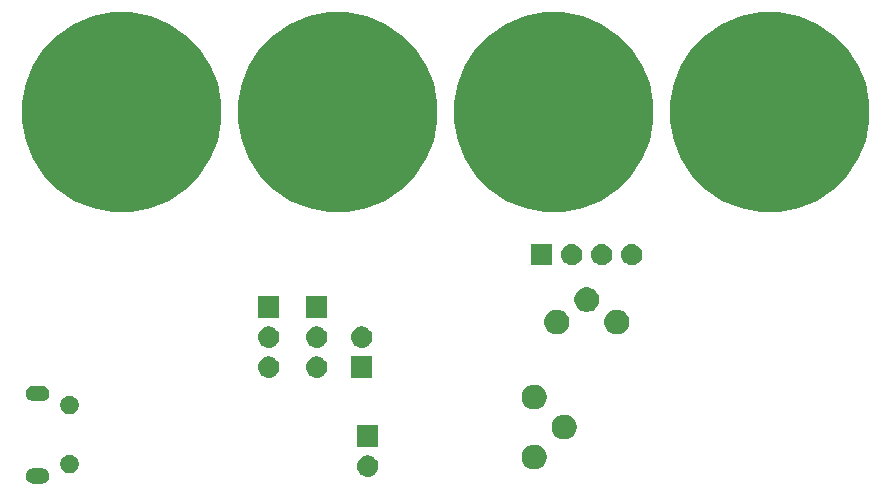
<source format=gbr>
G04 #@! TF.GenerationSoftware,KiCad,Pcbnew,(5.0.1-3-g963ef8bb5)*
G04 #@! TF.CreationDate,2018-11-12T01:28:12+01:00*
G04 #@! TF.ProjectId,MCUmeter,4D43556D657465722E6B696361645F70,rev?*
G04 #@! TF.SameCoordinates,Original*
G04 #@! TF.FileFunction,Soldermask,Bot*
G04 #@! TF.FilePolarity,Negative*
%FSLAX46Y46*%
G04 Gerber Fmt 4.6, Leading zero omitted, Abs format (unit mm)*
G04 Created by KiCad (PCBNEW (5.0.1-3-g963ef8bb5)) date 2018 November 12, Monday 01:28:12*
%MOMM*%
%LPD*%
G01*
G04 APERTURE LIST*
%ADD10C,0.100000*%
G04 APERTURE END LIST*
D10*
G36*
X89821855Y-80957140D02*
X89885618Y-80963420D01*
X89967427Y-80988237D01*
X90008333Y-81000645D01*
X90045686Y-81020611D01*
X90121426Y-81061095D01*
X90220553Y-81142447D01*
X90301905Y-81241574D01*
X90301906Y-81241576D01*
X90362355Y-81354667D01*
X90362355Y-81354668D01*
X90399580Y-81477382D01*
X90412149Y-81605000D01*
X90399580Y-81732618D01*
X90374763Y-81814427D01*
X90362355Y-81855333D01*
X90308819Y-81955491D01*
X90301905Y-81968426D01*
X90220553Y-82067553D01*
X90121426Y-82148905D01*
X90121424Y-82148906D01*
X90008333Y-82209355D01*
X89967427Y-82221763D01*
X89885618Y-82246580D01*
X89821855Y-82252860D01*
X89789974Y-82256000D01*
X89026026Y-82256000D01*
X88994145Y-82252860D01*
X88930382Y-82246580D01*
X88848573Y-82221763D01*
X88807667Y-82209355D01*
X88694576Y-82148906D01*
X88694574Y-82148905D01*
X88595447Y-82067553D01*
X88514095Y-81968426D01*
X88507181Y-81955491D01*
X88453645Y-81855333D01*
X88441237Y-81814427D01*
X88416420Y-81732618D01*
X88403851Y-81605000D01*
X88416420Y-81477382D01*
X88453645Y-81354668D01*
X88453645Y-81354667D01*
X88514094Y-81241576D01*
X88514095Y-81241574D01*
X88595447Y-81142447D01*
X88694574Y-81061095D01*
X88770314Y-81020611D01*
X88807667Y-81000645D01*
X88848573Y-80988237D01*
X88930382Y-80963420D01*
X88994145Y-80957140D01*
X89026026Y-80954000D01*
X89789974Y-80954000D01*
X89821855Y-80957140D01*
X89821855Y-80957140D01*
G37*
G36*
X117458442Y-79877518D02*
X117524627Y-79884037D01*
X117634337Y-79917317D01*
X117694467Y-79935557D01*
X117819222Y-80002241D01*
X117850991Y-80019222D01*
X117886729Y-80048552D01*
X117988186Y-80131814D01*
X118071448Y-80233271D01*
X118100778Y-80269009D01*
X118100779Y-80269011D01*
X118184443Y-80425533D01*
X118184443Y-80425534D01*
X118235963Y-80595373D01*
X118253359Y-80772000D01*
X118235963Y-80948627D01*
X118214127Y-81020610D01*
X118184443Y-81118467D01*
X118171625Y-81142447D01*
X118100778Y-81274991D01*
X118086259Y-81292682D01*
X117988186Y-81412186D01*
X117886729Y-81495448D01*
X117850991Y-81524778D01*
X117850989Y-81524779D01*
X117694467Y-81608443D01*
X117637853Y-81625616D01*
X117524627Y-81659963D01*
X117458442Y-81666482D01*
X117392260Y-81673000D01*
X117303740Y-81673000D01*
X117237558Y-81666482D01*
X117171373Y-81659963D01*
X117058147Y-81625616D01*
X117001533Y-81608443D01*
X116845011Y-81524779D01*
X116845009Y-81524778D01*
X116809271Y-81495448D01*
X116707814Y-81412186D01*
X116609741Y-81292682D01*
X116595222Y-81274991D01*
X116524375Y-81142447D01*
X116511557Y-81118467D01*
X116481873Y-81020610D01*
X116460037Y-80948627D01*
X116442641Y-80772000D01*
X116460037Y-80595373D01*
X116511557Y-80425534D01*
X116511557Y-80425533D01*
X116595221Y-80269011D01*
X116595222Y-80269009D01*
X116624552Y-80233271D01*
X116707814Y-80131814D01*
X116809271Y-80048552D01*
X116845009Y-80019222D01*
X116876778Y-80002241D01*
X117001533Y-79935557D01*
X117061663Y-79917317D01*
X117171373Y-79884037D01*
X117237558Y-79877518D01*
X117303740Y-79871000D01*
X117392260Y-79871000D01*
X117458442Y-79877518D01*
X117458442Y-79877518D01*
G37*
G36*
X92334349Y-79858820D02*
X92334352Y-79858821D01*
X92334351Y-79858821D01*
X92475574Y-79917317D01*
X92475575Y-79917318D01*
X92602674Y-80002243D01*
X92710757Y-80110326D01*
X92710759Y-80110329D01*
X92795683Y-80237426D01*
X92828463Y-80316565D01*
X92854180Y-80378651D01*
X92884000Y-80528569D01*
X92884000Y-80681431D01*
X92854180Y-80831349D01*
X92854179Y-80831351D01*
X92795683Y-80972574D01*
X92736598Y-81061000D01*
X92710757Y-81099674D01*
X92602674Y-81207757D01*
X92602671Y-81207759D01*
X92475574Y-81292683D01*
X92366343Y-81337927D01*
X92334349Y-81351180D01*
X92184431Y-81381000D01*
X92031569Y-81381000D01*
X91881651Y-81351180D01*
X91849657Y-81337927D01*
X91740426Y-81292683D01*
X91613329Y-81207759D01*
X91613326Y-81207757D01*
X91505243Y-81099674D01*
X91479402Y-81061000D01*
X91420317Y-80972574D01*
X91361821Y-80831351D01*
X91361820Y-80831349D01*
X91332000Y-80681431D01*
X91332000Y-80528569D01*
X91361820Y-80378651D01*
X91387537Y-80316565D01*
X91420317Y-80237426D01*
X91505241Y-80110329D01*
X91505243Y-80110326D01*
X91613326Y-80002243D01*
X91740425Y-79917318D01*
X91740426Y-79917317D01*
X91881649Y-79858821D01*
X91881648Y-79858821D01*
X91881651Y-79858820D01*
X92031569Y-79829000D01*
X92184431Y-79829000D01*
X92334349Y-79858820D01*
X92334349Y-79858820D01*
G37*
G36*
X131751565Y-78999389D02*
X131942834Y-79078615D01*
X132114976Y-79193637D01*
X132261363Y-79340024D01*
X132376385Y-79512166D01*
X132455611Y-79703435D01*
X132496000Y-79906484D01*
X132496000Y-80113516D01*
X132455611Y-80316565D01*
X132376385Y-80507834D01*
X132261363Y-80679976D01*
X132114976Y-80826363D01*
X131942834Y-80941385D01*
X131751565Y-81020611D01*
X131548516Y-81061000D01*
X131341484Y-81061000D01*
X131138435Y-81020611D01*
X130947166Y-80941385D01*
X130775024Y-80826363D01*
X130628637Y-80679976D01*
X130513615Y-80507834D01*
X130434389Y-80316565D01*
X130394000Y-80113516D01*
X130394000Y-79906484D01*
X130434389Y-79703435D01*
X130513615Y-79512166D01*
X130628637Y-79340024D01*
X130775024Y-79193637D01*
X130947166Y-79078615D01*
X131138435Y-78999389D01*
X131341484Y-78959000D01*
X131548516Y-78959000D01*
X131751565Y-78999389D01*
X131751565Y-78999389D01*
G37*
G36*
X118249000Y-79133000D02*
X116447000Y-79133000D01*
X116447000Y-77331000D01*
X118249000Y-77331000D01*
X118249000Y-79133000D01*
X118249000Y-79133000D01*
G37*
G36*
X134291565Y-76459389D02*
X134482834Y-76538615D01*
X134654976Y-76653637D01*
X134801363Y-76800024D01*
X134916385Y-76972166D01*
X134995611Y-77163435D01*
X135036000Y-77366484D01*
X135036000Y-77573516D01*
X134995611Y-77776565D01*
X134916385Y-77967834D01*
X134801363Y-78139976D01*
X134654976Y-78286363D01*
X134482834Y-78401385D01*
X134291565Y-78480611D01*
X134088516Y-78521000D01*
X133881484Y-78521000D01*
X133678435Y-78480611D01*
X133487166Y-78401385D01*
X133315024Y-78286363D01*
X133168637Y-78139976D01*
X133053615Y-77967834D01*
X132974389Y-77776565D01*
X132934000Y-77573516D01*
X132934000Y-77366484D01*
X132974389Y-77163435D01*
X133053615Y-76972166D01*
X133168637Y-76800024D01*
X133315024Y-76653637D01*
X133487166Y-76538615D01*
X133678435Y-76459389D01*
X133881484Y-76419000D01*
X134088516Y-76419000D01*
X134291565Y-76459389D01*
X134291565Y-76459389D01*
G37*
G36*
X92334349Y-74858820D02*
X92334352Y-74858821D01*
X92334351Y-74858821D01*
X92475574Y-74917317D01*
X92600956Y-75001095D01*
X92602674Y-75002243D01*
X92710757Y-75110326D01*
X92710759Y-75110329D01*
X92795683Y-75237426D01*
X92840927Y-75346657D01*
X92854180Y-75378651D01*
X92884000Y-75528569D01*
X92884000Y-75681431D01*
X92854180Y-75831349D01*
X92854179Y-75831351D01*
X92795683Y-75972574D01*
X92795682Y-75972575D01*
X92710757Y-76099674D01*
X92602674Y-76207757D01*
X92602671Y-76207759D01*
X92475574Y-76292683D01*
X92366343Y-76337927D01*
X92334349Y-76351180D01*
X92184431Y-76381000D01*
X92031569Y-76381000D01*
X91881651Y-76351180D01*
X91849657Y-76337927D01*
X91740426Y-76292683D01*
X91613329Y-76207759D01*
X91613326Y-76207757D01*
X91505243Y-76099674D01*
X91420318Y-75972575D01*
X91420317Y-75972574D01*
X91361821Y-75831351D01*
X91361820Y-75831349D01*
X91332000Y-75681431D01*
X91332000Y-75528569D01*
X91361820Y-75378651D01*
X91375073Y-75346657D01*
X91420317Y-75237426D01*
X91505241Y-75110329D01*
X91505243Y-75110326D01*
X91613326Y-75002243D01*
X91615044Y-75001095D01*
X91740426Y-74917317D01*
X91881649Y-74858821D01*
X91881648Y-74858821D01*
X91881651Y-74858820D01*
X92031569Y-74829000D01*
X92184431Y-74829000D01*
X92334349Y-74858820D01*
X92334349Y-74858820D01*
G37*
G36*
X131751565Y-73919389D02*
X131942834Y-73998615D01*
X132114976Y-74113637D01*
X132261363Y-74260024D01*
X132376385Y-74432166D01*
X132455611Y-74623435D01*
X132496000Y-74826484D01*
X132496000Y-75033516D01*
X132455611Y-75236565D01*
X132376385Y-75427834D01*
X132261363Y-75599976D01*
X132114976Y-75746363D01*
X131942834Y-75861385D01*
X131751565Y-75940611D01*
X131548516Y-75981000D01*
X131341484Y-75981000D01*
X131138435Y-75940611D01*
X130947166Y-75861385D01*
X130775024Y-75746363D01*
X130628637Y-75599976D01*
X130513615Y-75427834D01*
X130434389Y-75236565D01*
X130394000Y-75033516D01*
X130394000Y-74826484D01*
X130434389Y-74623435D01*
X130513615Y-74432166D01*
X130628637Y-74260024D01*
X130775024Y-74113637D01*
X130947166Y-73998615D01*
X131138435Y-73919389D01*
X131341484Y-73879000D01*
X131548516Y-73879000D01*
X131751565Y-73919389D01*
X131751565Y-73919389D01*
G37*
G36*
X89821855Y-73957140D02*
X89885618Y-73963420D01*
X89967427Y-73988237D01*
X90008333Y-74000645D01*
X90108491Y-74054181D01*
X90121426Y-74061095D01*
X90220553Y-74142447D01*
X90301905Y-74241574D01*
X90301906Y-74241576D01*
X90362355Y-74354667D01*
X90362355Y-74354668D01*
X90399580Y-74477382D01*
X90412149Y-74605000D01*
X90399580Y-74732618D01*
X90374763Y-74814427D01*
X90362355Y-74855333D01*
X90329223Y-74917318D01*
X90301905Y-74968426D01*
X90220553Y-75067553D01*
X90121426Y-75148905D01*
X90121424Y-75148906D01*
X90008333Y-75209355D01*
X89967427Y-75221763D01*
X89885618Y-75246580D01*
X89821855Y-75252860D01*
X89789974Y-75256000D01*
X89026026Y-75256000D01*
X88994145Y-75252860D01*
X88930382Y-75246580D01*
X88848573Y-75221763D01*
X88807667Y-75209355D01*
X88694576Y-75148906D01*
X88694574Y-75148905D01*
X88595447Y-75067553D01*
X88514095Y-74968426D01*
X88486777Y-74917318D01*
X88453645Y-74855333D01*
X88441237Y-74814427D01*
X88416420Y-74732618D01*
X88403851Y-74605000D01*
X88416420Y-74477382D01*
X88453645Y-74354668D01*
X88453645Y-74354667D01*
X88514094Y-74241576D01*
X88514095Y-74241574D01*
X88595447Y-74142447D01*
X88694574Y-74061095D01*
X88707509Y-74054181D01*
X88807667Y-74000645D01*
X88848573Y-73988237D01*
X88930382Y-73963420D01*
X88994145Y-73957140D01*
X89026026Y-73954000D01*
X89789974Y-73954000D01*
X89821855Y-73957140D01*
X89821855Y-73957140D01*
G37*
G36*
X113140443Y-71495519D02*
X113206627Y-71502037D01*
X113319853Y-71536384D01*
X113376467Y-71553557D01*
X113515087Y-71627652D01*
X113532991Y-71637222D01*
X113568729Y-71666552D01*
X113670186Y-71749814D01*
X113753448Y-71851271D01*
X113782778Y-71887009D01*
X113782779Y-71887011D01*
X113866443Y-72043533D01*
X113866443Y-72043534D01*
X113917963Y-72213373D01*
X113935359Y-72390000D01*
X113917963Y-72566627D01*
X113883616Y-72679853D01*
X113866443Y-72736467D01*
X113792348Y-72875087D01*
X113782778Y-72892991D01*
X113753448Y-72928729D01*
X113670186Y-73030186D01*
X113568729Y-73113448D01*
X113532991Y-73142778D01*
X113532989Y-73142779D01*
X113376467Y-73226443D01*
X113319853Y-73243616D01*
X113206627Y-73277963D01*
X113140443Y-73284481D01*
X113074260Y-73291000D01*
X112985740Y-73291000D01*
X112919557Y-73284481D01*
X112853373Y-73277963D01*
X112740147Y-73243616D01*
X112683533Y-73226443D01*
X112527011Y-73142779D01*
X112527009Y-73142778D01*
X112491271Y-73113448D01*
X112389814Y-73030186D01*
X112306552Y-72928729D01*
X112277222Y-72892991D01*
X112267652Y-72875087D01*
X112193557Y-72736467D01*
X112176384Y-72679853D01*
X112142037Y-72566627D01*
X112124641Y-72390000D01*
X112142037Y-72213373D01*
X112193557Y-72043534D01*
X112193557Y-72043533D01*
X112277221Y-71887011D01*
X112277222Y-71887009D01*
X112306552Y-71851271D01*
X112389814Y-71749814D01*
X112491271Y-71666552D01*
X112527009Y-71637222D01*
X112544913Y-71627652D01*
X112683533Y-71553557D01*
X112740147Y-71536384D01*
X112853373Y-71502037D01*
X112919557Y-71495519D01*
X112985740Y-71489000D01*
X113074260Y-71489000D01*
X113140443Y-71495519D01*
X113140443Y-71495519D01*
G37*
G36*
X117741000Y-73291000D02*
X115939000Y-73291000D01*
X115939000Y-71489000D01*
X117741000Y-71489000D01*
X117741000Y-73291000D01*
X117741000Y-73291000D01*
G37*
G36*
X109076443Y-71495519D02*
X109142627Y-71502037D01*
X109255853Y-71536384D01*
X109312467Y-71553557D01*
X109451087Y-71627652D01*
X109468991Y-71637222D01*
X109504729Y-71666552D01*
X109606186Y-71749814D01*
X109689448Y-71851271D01*
X109718778Y-71887009D01*
X109718779Y-71887011D01*
X109802443Y-72043533D01*
X109802443Y-72043534D01*
X109853963Y-72213373D01*
X109871359Y-72390000D01*
X109853963Y-72566627D01*
X109819616Y-72679853D01*
X109802443Y-72736467D01*
X109728348Y-72875087D01*
X109718778Y-72892991D01*
X109689448Y-72928729D01*
X109606186Y-73030186D01*
X109504729Y-73113448D01*
X109468991Y-73142778D01*
X109468989Y-73142779D01*
X109312467Y-73226443D01*
X109255853Y-73243616D01*
X109142627Y-73277963D01*
X109076443Y-73284481D01*
X109010260Y-73291000D01*
X108921740Y-73291000D01*
X108855557Y-73284481D01*
X108789373Y-73277963D01*
X108676147Y-73243616D01*
X108619533Y-73226443D01*
X108463011Y-73142779D01*
X108463009Y-73142778D01*
X108427271Y-73113448D01*
X108325814Y-73030186D01*
X108242552Y-72928729D01*
X108213222Y-72892991D01*
X108203652Y-72875087D01*
X108129557Y-72736467D01*
X108112384Y-72679853D01*
X108078037Y-72566627D01*
X108060641Y-72390000D01*
X108078037Y-72213373D01*
X108129557Y-72043534D01*
X108129557Y-72043533D01*
X108213221Y-71887011D01*
X108213222Y-71887009D01*
X108242552Y-71851271D01*
X108325814Y-71749814D01*
X108427271Y-71666552D01*
X108463009Y-71637222D01*
X108480913Y-71627652D01*
X108619533Y-71553557D01*
X108676147Y-71536384D01*
X108789373Y-71502037D01*
X108855557Y-71495519D01*
X108921740Y-71489000D01*
X109010260Y-71489000D01*
X109076443Y-71495519D01*
X109076443Y-71495519D01*
G37*
G36*
X116950443Y-68955519D02*
X117016627Y-68962037D01*
X117129853Y-68996384D01*
X117186467Y-69013557D01*
X117306719Y-69077834D01*
X117342991Y-69097222D01*
X117378729Y-69126552D01*
X117480186Y-69209814D01*
X117563448Y-69311271D01*
X117592778Y-69347009D01*
X117592779Y-69347011D01*
X117676443Y-69503533D01*
X117678825Y-69511385D01*
X117727963Y-69673373D01*
X117745359Y-69850000D01*
X117727963Y-70026627D01*
X117693616Y-70139853D01*
X117676443Y-70196467D01*
X117602348Y-70335087D01*
X117592778Y-70352991D01*
X117563448Y-70388729D01*
X117480186Y-70490186D01*
X117378729Y-70573448D01*
X117342991Y-70602778D01*
X117342989Y-70602779D01*
X117186467Y-70686443D01*
X117129853Y-70703616D01*
X117016627Y-70737963D01*
X116950443Y-70744481D01*
X116884260Y-70751000D01*
X116795740Y-70751000D01*
X116729557Y-70744481D01*
X116663373Y-70737963D01*
X116550147Y-70703616D01*
X116493533Y-70686443D01*
X116337011Y-70602779D01*
X116337009Y-70602778D01*
X116301271Y-70573448D01*
X116199814Y-70490186D01*
X116116552Y-70388729D01*
X116087222Y-70352991D01*
X116077652Y-70335087D01*
X116003557Y-70196467D01*
X115986384Y-70139853D01*
X115952037Y-70026627D01*
X115934641Y-69850000D01*
X115952037Y-69673373D01*
X116001175Y-69511385D01*
X116003557Y-69503533D01*
X116087221Y-69347011D01*
X116087222Y-69347009D01*
X116116552Y-69311271D01*
X116199814Y-69209814D01*
X116301271Y-69126552D01*
X116337009Y-69097222D01*
X116373281Y-69077834D01*
X116493533Y-69013557D01*
X116550147Y-68996384D01*
X116663373Y-68962037D01*
X116729557Y-68955519D01*
X116795740Y-68949000D01*
X116884260Y-68949000D01*
X116950443Y-68955519D01*
X116950443Y-68955519D01*
G37*
G36*
X113140443Y-68955519D02*
X113206627Y-68962037D01*
X113319853Y-68996384D01*
X113376467Y-69013557D01*
X113496719Y-69077834D01*
X113532991Y-69097222D01*
X113568729Y-69126552D01*
X113670186Y-69209814D01*
X113753448Y-69311271D01*
X113782778Y-69347009D01*
X113782779Y-69347011D01*
X113866443Y-69503533D01*
X113868825Y-69511385D01*
X113917963Y-69673373D01*
X113935359Y-69850000D01*
X113917963Y-70026627D01*
X113883616Y-70139853D01*
X113866443Y-70196467D01*
X113792348Y-70335087D01*
X113782778Y-70352991D01*
X113753448Y-70388729D01*
X113670186Y-70490186D01*
X113568729Y-70573448D01*
X113532991Y-70602778D01*
X113532989Y-70602779D01*
X113376467Y-70686443D01*
X113319853Y-70703616D01*
X113206627Y-70737963D01*
X113140443Y-70744481D01*
X113074260Y-70751000D01*
X112985740Y-70751000D01*
X112919557Y-70744481D01*
X112853373Y-70737963D01*
X112740147Y-70703616D01*
X112683533Y-70686443D01*
X112527011Y-70602779D01*
X112527009Y-70602778D01*
X112491271Y-70573448D01*
X112389814Y-70490186D01*
X112306552Y-70388729D01*
X112277222Y-70352991D01*
X112267652Y-70335087D01*
X112193557Y-70196467D01*
X112176384Y-70139853D01*
X112142037Y-70026627D01*
X112124641Y-69850000D01*
X112142037Y-69673373D01*
X112191175Y-69511385D01*
X112193557Y-69503533D01*
X112277221Y-69347011D01*
X112277222Y-69347009D01*
X112306552Y-69311271D01*
X112389814Y-69209814D01*
X112491271Y-69126552D01*
X112527009Y-69097222D01*
X112563281Y-69077834D01*
X112683533Y-69013557D01*
X112740147Y-68996384D01*
X112853373Y-68962037D01*
X112919557Y-68955519D01*
X112985740Y-68949000D01*
X113074260Y-68949000D01*
X113140443Y-68955519D01*
X113140443Y-68955519D01*
G37*
G36*
X109076443Y-68955519D02*
X109142627Y-68962037D01*
X109255853Y-68996384D01*
X109312467Y-69013557D01*
X109432719Y-69077834D01*
X109468991Y-69097222D01*
X109504729Y-69126552D01*
X109606186Y-69209814D01*
X109689448Y-69311271D01*
X109718778Y-69347009D01*
X109718779Y-69347011D01*
X109802443Y-69503533D01*
X109804825Y-69511385D01*
X109853963Y-69673373D01*
X109871359Y-69850000D01*
X109853963Y-70026627D01*
X109819616Y-70139853D01*
X109802443Y-70196467D01*
X109728348Y-70335087D01*
X109718778Y-70352991D01*
X109689448Y-70388729D01*
X109606186Y-70490186D01*
X109504729Y-70573448D01*
X109468991Y-70602778D01*
X109468989Y-70602779D01*
X109312467Y-70686443D01*
X109255853Y-70703616D01*
X109142627Y-70737963D01*
X109076443Y-70744481D01*
X109010260Y-70751000D01*
X108921740Y-70751000D01*
X108855557Y-70744481D01*
X108789373Y-70737963D01*
X108676147Y-70703616D01*
X108619533Y-70686443D01*
X108463011Y-70602779D01*
X108463009Y-70602778D01*
X108427271Y-70573448D01*
X108325814Y-70490186D01*
X108242552Y-70388729D01*
X108213222Y-70352991D01*
X108203652Y-70335087D01*
X108129557Y-70196467D01*
X108112384Y-70139853D01*
X108078037Y-70026627D01*
X108060641Y-69850000D01*
X108078037Y-69673373D01*
X108127175Y-69511385D01*
X108129557Y-69503533D01*
X108213221Y-69347011D01*
X108213222Y-69347009D01*
X108242552Y-69311271D01*
X108325814Y-69209814D01*
X108427271Y-69126552D01*
X108463009Y-69097222D01*
X108499281Y-69077834D01*
X108619533Y-69013557D01*
X108676147Y-68996384D01*
X108789373Y-68962037D01*
X108855557Y-68955519D01*
X108921740Y-68949000D01*
X109010260Y-68949000D01*
X109076443Y-68955519D01*
X109076443Y-68955519D01*
G37*
G36*
X133656565Y-67569389D02*
X133847834Y-67648615D01*
X134019976Y-67763637D01*
X134166363Y-67910024D01*
X134281385Y-68082166D01*
X134360611Y-68273435D01*
X134401000Y-68476484D01*
X134401000Y-68683516D01*
X134360611Y-68886565D01*
X134281385Y-69077834D01*
X134166363Y-69249976D01*
X134019976Y-69396363D01*
X133847834Y-69511385D01*
X133656565Y-69590611D01*
X133453516Y-69631000D01*
X133246484Y-69631000D01*
X133043435Y-69590611D01*
X132852166Y-69511385D01*
X132680024Y-69396363D01*
X132533637Y-69249976D01*
X132418615Y-69077834D01*
X132339389Y-68886565D01*
X132299000Y-68683516D01*
X132299000Y-68476484D01*
X132339389Y-68273435D01*
X132418615Y-68082166D01*
X132533637Y-67910024D01*
X132680024Y-67763637D01*
X132852166Y-67648615D01*
X133043435Y-67569389D01*
X133246484Y-67529000D01*
X133453516Y-67529000D01*
X133656565Y-67569389D01*
X133656565Y-67569389D01*
G37*
G36*
X138736565Y-67569389D02*
X138927834Y-67648615D01*
X139099976Y-67763637D01*
X139246363Y-67910024D01*
X139361385Y-68082166D01*
X139440611Y-68273435D01*
X139481000Y-68476484D01*
X139481000Y-68683516D01*
X139440611Y-68886565D01*
X139361385Y-69077834D01*
X139246363Y-69249976D01*
X139099976Y-69396363D01*
X138927834Y-69511385D01*
X138736565Y-69590611D01*
X138533516Y-69631000D01*
X138326484Y-69631000D01*
X138123435Y-69590611D01*
X137932166Y-69511385D01*
X137760024Y-69396363D01*
X137613637Y-69249976D01*
X137498615Y-69077834D01*
X137419389Y-68886565D01*
X137379000Y-68683516D01*
X137379000Y-68476484D01*
X137419389Y-68273435D01*
X137498615Y-68082166D01*
X137613637Y-67910024D01*
X137760024Y-67763637D01*
X137932166Y-67648615D01*
X138123435Y-67569389D01*
X138326484Y-67529000D01*
X138533516Y-67529000D01*
X138736565Y-67569389D01*
X138736565Y-67569389D01*
G37*
G36*
X109867000Y-68211000D02*
X108065000Y-68211000D01*
X108065000Y-66409000D01*
X109867000Y-66409000D01*
X109867000Y-68211000D01*
X109867000Y-68211000D01*
G37*
G36*
X113931000Y-68211000D02*
X112129000Y-68211000D01*
X112129000Y-66409000D01*
X113931000Y-66409000D01*
X113931000Y-68211000D01*
X113931000Y-68211000D01*
G37*
G36*
X136196565Y-65664389D02*
X136387834Y-65743615D01*
X136559976Y-65858637D01*
X136706363Y-66005024D01*
X136821385Y-66177166D01*
X136900611Y-66368435D01*
X136941000Y-66571484D01*
X136941000Y-66778516D01*
X136900611Y-66981565D01*
X136821385Y-67172834D01*
X136706363Y-67344976D01*
X136559976Y-67491363D01*
X136387834Y-67606385D01*
X136196565Y-67685611D01*
X135993516Y-67726000D01*
X135786484Y-67726000D01*
X135583435Y-67685611D01*
X135392166Y-67606385D01*
X135220024Y-67491363D01*
X135073637Y-67344976D01*
X134958615Y-67172834D01*
X134879389Y-66981565D01*
X134839000Y-66778516D01*
X134839000Y-66571484D01*
X134879389Y-66368435D01*
X134958615Y-66177166D01*
X135073637Y-66005024D01*
X135220024Y-65858637D01*
X135392166Y-65743615D01*
X135583435Y-65664389D01*
X135786484Y-65624000D01*
X135993516Y-65624000D01*
X136196565Y-65664389D01*
X136196565Y-65664389D01*
G37*
G36*
X132981000Y-63766000D02*
X131179000Y-63766000D01*
X131179000Y-61964000D01*
X132981000Y-61964000D01*
X132981000Y-63766000D01*
X132981000Y-63766000D01*
G37*
G36*
X134730443Y-61970519D02*
X134796627Y-61977037D01*
X134909853Y-62011384D01*
X134966467Y-62028557D01*
X135105087Y-62102652D01*
X135122991Y-62112222D01*
X135158729Y-62141552D01*
X135260186Y-62224814D01*
X135343448Y-62326271D01*
X135372778Y-62362009D01*
X135372779Y-62362011D01*
X135456443Y-62518533D01*
X135456443Y-62518534D01*
X135507963Y-62688373D01*
X135525359Y-62865000D01*
X135507963Y-63041627D01*
X135473616Y-63154853D01*
X135456443Y-63211467D01*
X135382348Y-63350087D01*
X135372778Y-63367991D01*
X135343448Y-63403729D01*
X135260186Y-63505186D01*
X135158729Y-63588448D01*
X135122991Y-63617778D01*
X135122989Y-63617779D01*
X134966467Y-63701443D01*
X134909853Y-63718616D01*
X134796627Y-63752963D01*
X134730442Y-63759482D01*
X134664260Y-63766000D01*
X134575740Y-63766000D01*
X134509558Y-63759482D01*
X134443373Y-63752963D01*
X134330147Y-63718616D01*
X134273533Y-63701443D01*
X134117011Y-63617779D01*
X134117009Y-63617778D01*
X134081271Y-63588448D01*
X133979814Y-63505186D01*
X133896552Y-63403729D01*
X133867222Y-63367991D01*
X133857652Y-63350087D01*
X133783557Y-63211467D01*
X133766384Y-63154853D01*
X133732037Y-63041627D01*
X133714641Y-62865000D01*
X133732037Y-62688373D01*
X133783557Y-62518534D01*
X133783557Y-62518533D01*
X133867221Y-62362011D01*
X133867222Y-62362009D01*
X133896552Y-62326271D01*
X133979814Y-62224814D01*
X134081271Y-62141552D01*
X134117009Y-62112222D01*
X134134913Y-62102652D01*
X134273533Y-62028557D01*
X134330147Y-62011384D01*
X134443373Y-61977037D01*
X134509557Y-61970519D01*
X134575740Y-61964000D01*
X134664260Y-61964000D01*
X134730443Y-61970519D01*
X134730443Y-61970519D01*
G37*
G36*
X137270443Y-61970519D02*
X137336627Y-61977037D01*
X137449853Y-62011384D01*
X137506467Y-62028557D01*
X137645087Y-62102652D01*
X137662991Y-62112222D01*
X137698729Y-62141552D01*
X137800186Y-62224814D01*
X137883448Y-62326271D01*
X137912778Y-62362009D01*
X137912779Y-62362011D01*
X137996443Y-62518533D01*
X137996443Y-62518534D01*
X138047963Y-62688373D01*
X138065359Y-62865000D01*
X138047963Y-63041627D01*
X138013616Y-63154853D01*
X137996443Y-63211467D01*
X137922348Y-63350087D01*
X137912778Y-63367991D01*
X137883448Y-63403729D01*
X137800186Y-63505186D01*
X137698729Y-63588448D01*
X137662991Y-63617778D01*
X137662989Y-63617779D01*
X137506467Y-63701443D01*
X137449853Y-63718616D01*
X137336627Y-63752963D01*
X137270442Y-63759482D01*
X137204260Y-63766000D01*
X137115740Y-63766000D01*
X137049558Y-63759482D01*
X136983373Y-63752963D01*
X136870147Y-63718616D01*
X136813533Y-63701443D01*
X136657011Y-63617779D01*
X136657009Y-63617778D01*
X136621271Y-63588448D01*
X136519814Y-63505186D01*
X136436552Y-63403729D01*
X136407222Y-63367991D01*
X136397652Y-63350087D01*
X136323557Y-63211467D01*
X136306384Y-63154853D01*
X136272037Y-63041627D01*
X136254641Y-62865000D01*
X136272037Y-62688373D01*
X136323557Y-62518534D01*
X136323557Y-62518533D01*
X136407221Y-62362011D01*
X136407222Y-62362009D01*
X136436552Y-62326271D01*
X136519814Y-62224814D01*
X136621271Y-62141552D01*
X136657009Y-62112222D01*
X136674913Y-62102652D01*
X136813533Y-62028557D01*
X136870147Y-62011384D01*
X136983373Y-61977037D01*
X137049557Y-61970519D01*
X137115740Y-61964000D01*
X137204260Y-61964000D01*
X137270443Y-61970519D01*
X137270443Y-61970519D01*
G37*
G36*
X139810443Y-61970519D02*
X139876627Y-61977037D01*
X139989853Y-62011384D01*
X140046467Y-62028557D01*
X140185087Y-62102652D01*
X140202991Y-62112222D01*
X140238729Y-62141552D01*
X140340186Y-62224814D01*
X140423448Y-62326271D01*
X140452778Y-62362009D01*
X140452779Y-62362011D01*
X140536443Y-62518533D01*
X140536443Y-62518534D01*
X140587963Y-62688373D01*
X140605359Y-62865000D01*
X140587963Y-63041627D01*
X140553616Y-63154853D01*
X140536443Y-63211467D01*
X140462348Y-63350087D01*
X140452778Y-63367991D01*
X140423448Y-63403729D01*
X140340186Y-63505186D01*
X140238729Y-63588448D01*
X140202991Y-63617778D01*
X140202989Y-63617779D01*
X140046467Y-63701443D01*
X139989853Y-63718616D01*
X139876627Y-63752963D01*
X139810442Y-63759482D01*
X139744260Y-63766000D01*
X139655740Y-63766000D01*
X139589558Y-63759482D01*
X139523373Y-63752963D01*
X139410147Y-63718616D01*
X139353533Y-63701443D01*
X139197011Y-63617779D01*
X139197009Y-63617778D01*
X139161271Y-63588448D01*
X139059814Y-63505186D01*
X138976552Y-63403729D01*
X138947222Y-63367991D01*
X138937652Y-63350087D01*
X138863557Y-63211467D01*
X138846384Y-63154853D01*
X138812037Y-63041627D01*
X138794641Y-62865000D01*
X138812037Y-62688373D01*
X138863557Y-62518534D01*
X138863557Y-62518533D01*
X138947221Y-62362011D01*
X138947222Y-62362009D01*
X138976552Y-62326271D01*
X139059814Y-62224814D01*
X139161271Y-62141552D01*
X139197009Y-62112222D01*
X139214913Y-62102652D01*
X139353533Y-62028557D01*
X139410147Y-62011384D01*
X139523373Y-61977037D01*
X139589557Y-61970519D01*
X139655740Y-61964000D01*
X139744260Y-61964000D01*
X139810443Y-61970519D01*
X139810443Y-61970519D01*
G37*
G36*
X135561065Y-42673766D02*
X137099048Y-43310820D01*
X137099050Y-43310821D01*
X138483199Y-44235679D01*
X139660321Y-45412801D01*
X140585179Y-46796950D01*
X140585180Y-46796952D01*
X141222234Y-48334935D01*
X141547000Y-49967648D01*
X141547000Y-51632352D01*
X141222234Y-53265065D01*
X140585180Y-54803048D01*
X140585179Y-54803050D01*
X139660321Y-56187199D01*
X138483199Y-57364321D01*
X137099050Y-58289179D01*
X137099049Y-58289180D01*
X137099048Y-58289180D01*
X135561065Y-58926234D01*
X133928352Y-59251000D01*
X132263648Y-59251000D01*
X130630935Y-58926234D01*
X129092952Y-58289180D01*
X129092951Y-58289180D01*
X129092950Y-58289179D01*
X127708801Y-57364321D01*
X126531679Y-56187199D01*
X125606821Y-54803050D01*
X125606820Y-54803048D01*
X124969766Y-53265065D01*
X124645000Y-51632352D01*
X124645000Y-49967648D01*
X124969766Y-48334935D01*
X125606820Y-46796952D01*
X125606821Y-46796950D01*
X126531679Y-45412801D01*
X127708801Y-44235679D01*
X129092950Y-43310821D01*
X129092952Y-43310820D01*
X130630935Y-42673766D01*
X132263648Y-42349000D01*
X133928352Y-42349000D01*
X135561065Y-42673766D01*
X135561065Y-42673766D01*
G37*
G36*
X117273065Y-42673766D02*
X118811048Y-43310820D01*
X118811050Y-43310821D01*
X120195199Y-44235679D01*
X121372321Y-45412801D01*
X122297179Y-46796950D01*
X122297180Y-46796952D01*
X122934234Y-48334935D01*
X123259000Y-49967648D01*
X123259000Y-51632352D01*
X122934234Y-53265065D01*
X122297180Y-54803048D01*
X122297179Y-54803050D01*
X121372321Y-56187199D01*
X120195199Y-57364321D01*
X118811050Y-58289179D01*
X118811049Y-58289180D01*
X118811048Y-58289180D01*
X117273065Y-58926234D01*
X115640352Y-59251000D01*
X113975648Y-59251000D01*
X112342935Y-58926234D01*
X110804952Y-58289180D01*
X110804951Y-58289180D01*
X110804950Y-58289179D01*
X109420801Y-57364321D01*
X108243679Y-56187199D01*
X107318821Y-54803050D01*
X107318820Y-54803048D01*
X106681766Y-53265065D01*
X106357000Y-51632352D01*
X106357000Y-49967648D01*
X106681766Y-48334935D01*
X107318820Y-46796952D01*
X107318821Y-46796950D01*
X108243679Y-45412801D01*
X109420801Y-44235679D01*
X110804950Y-43310821D01*
X110804952Y-43310820D01*
X112342935Y-42673766D01*
X113975648Y-42349000D01*
X115640352Y-42349000D01*
X117273065Y-42673766D01*
X117273065Y-42673766D01*
G37*
G36*
X98985065Y-42673766D02*
X100523048Y-43310820D01*
X100523050Y-43310821D01*
X101907199Y-44235679D01*
X103084321Y-45412801D01*
X104009179Y-46796950D01*
X104009180Y-46796952D01*
X104646234Y-48334935D01*
X104971000Y-49967648D01*
X104971000Y-51632352D01*
X104646234Y-53265065D01*
X104009180Y-54803048D01*
X104009179Y-54803050D01*
X103084321Y-56187199D01*
X101907199Y-57364321D01*
X100523050Y-58289179D01*
X100523049Y-58289180D01*
X100523048Y-58289180D01*
X98985065Y-58926234D01*
X97352352Y-59251000D01*
X95687648Y-59251000D01*
X94054935Y-58926234D01*
X92516952Y-58289180D01*
X92516951Y-58289180D01*
X92516950Y-58289179D01*
X91132801Y-57364321D01*
X89955679Y-56187199D01*
X89030821Y-54803050D01*
X89030820Y-54803048D01*
X88393766Y-53265065D01*
X88069000Y-51632352D01*
X88069000Y-49967648D01*
X88393766Y-48334935D01*
X89030820Y-46796952D01*
X89030821Y-46796950D01*
X89955679Y-45412801D01*
X91132801Y-44235679D01*
X92516950Y-43310821D01*
X92516952Y-43310820D01*
X94054935Y-42673766D01*
X95687648Y-42349000D01*
X97352352Y-42349000D01*
X98985065Y-42673766D01*
X98985065Y-42673766D01*
G37*
G36*
X153849065Y-42673766D02*
X155387048Y-43310820D01*
X155387050Y-43310821D01*
X156771199Y-44235679D01*
X157948321Y-45412801D01*
X158873179Y-46796950D01*
X158873180Y-46796952D01*
X159510234Y-48334935D01*
X159835000Y-49967648D01*
X159835000Y-51632352D01*
X159510234Y-53265065D01*
X158873180Y-54803048D01*
X158873179Y-54803050D01*
X157948321Y-56187199D01*
X156771199Y-57364321D01*
X155387050Y-58289179D01*
X155387049Y-58289180D01*
X155387048Y-58289180D01*
X153849065Y-58926234D01*
X152216352Y-59251000D01*
X150551648Y-59251000D01*
X148918935Y-58926234D01*
X147380952Y-58289180D01*
X147380951Y-58289180D01*
X147380950Y-58289179D01*
X145996801Y-57364321D01*
X144819679Y-56187199D01*
X143894821Y-54803050D01*
X143894820Y-54803048D01*
X143257766Y-53265065D01*
X142933000Y-51632352D01*
X142933000Y-49967648D01*
X143257766Y-48334935D01*
X143894820Y-46796952D01*
X143894821Y-46796950D01*
X144819679Y-45412801D01*
X145996801Y-44235679D01*
X147380950Y-43310821D01*
X147380952Y-43310820D01*
X148918935Y-42673766D01*
X150551648Y-42349000D01*
X152216352Y-42349000D01*
X153849065Y-42673766D01*
X153849065Y-42673766D01*
G37*
M02*

</source>
